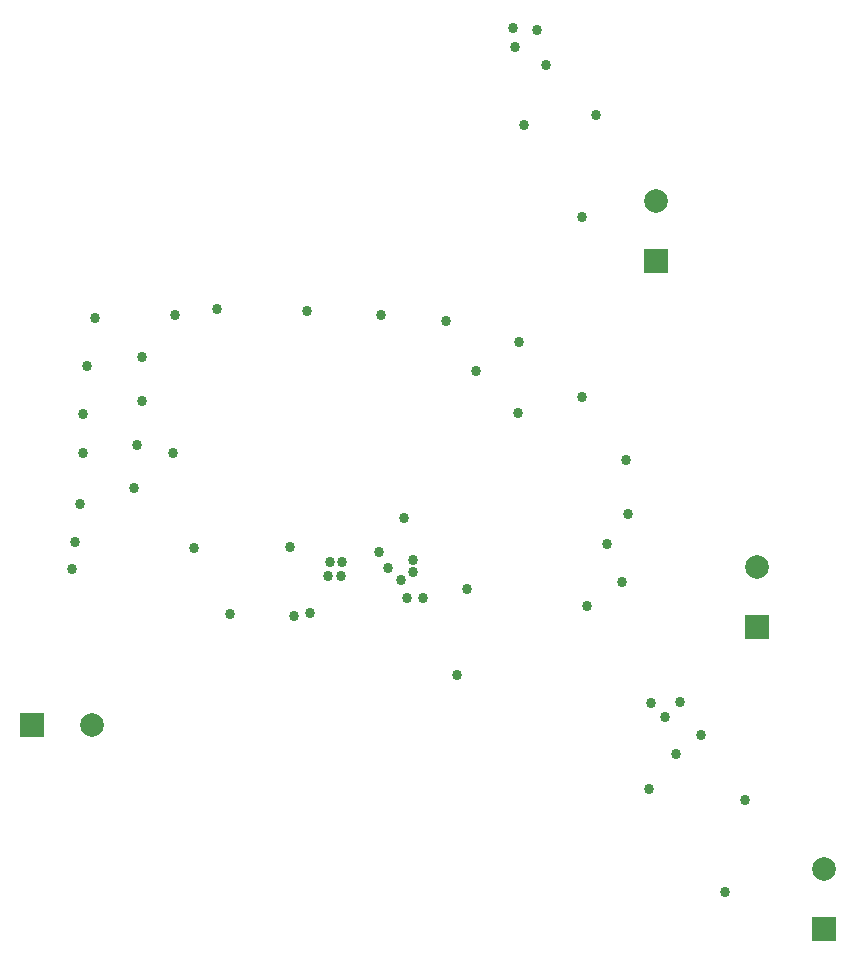
<source format=gbs>
G04*
G04 #@! TF.GenerationSoftware,Altium Limited,Altium Designer,22.10.1 (41)*
G04*
G04 Layer_Color=16711935*
%FSLAX24Y24*%
%MOIN*%
G70*
G04*
G04 #@! TF.SameCoordinates,F22EFE63-58D3-4984-8651-CE55CF2E9756*
G04*
G04*
G04 #@! TF.FilePolarity,Negative*
G04*
G01*
G75*
%ADD64R,0.0789X0.0789*%
%ADD65C,0.0789*%
%ADD66R,0.0789X0.0789*%
%ADD67C,0.0340*%
D64*
X47972Y25841D02*
D03*
X50197Y15766D02*
D03*
X44596Y38049D02*
D03*
D65*
X47972Y27841D02*
D03*
X44596Y40049D02*
D03*
X25797Y22589D02*
D03*
X50197Y17766D02*
D03*
D66*
X23797Y22589D02*
D03*
D67*
X28490Y31630D02*
D03*
X33710Y28000D02*
D03*
X34120Y28010D02*
D03*
X34090Y27530D02*
D03*
X33640Y27550D02*
D03*
X32380Y28520D02*
D03*
X27185Y30482D02*
D03*
X29203Y28465D02*
D03*
X44902Y22854D02*
D03*
X45266Y21604D02*
D03*
X45394Y23327D02*
D03*
X44429Y23297D02*
D03*
X25118Y27776D02*
D03*
X25236Y28661D02*
D03*
X25394Y29941D02*
D03*
X27303Y31919D02*
D03*
X25492Y31634D02*
D03*
X27441Y33386D02*
D03*
X25502Y32933D02*
D03*
X27469Y34850D02*
D03*
X25620Y34528D02*
D03*
X25876Y36152D02*
D03*
X28553Y36250D02*
D03*
X29951Y36447D02*
D03*
X32963Y36358D02*
D03*
X35424Y36239D02*
D03*
X37579Y36053D02*
D03*
X40020Y35325D02*
D03*
X38573Y34370D02*
D03*
X42118Y33495D02*
D03*
X42274Y26555D02*
D03*
X42953Y28612D02*
D03*
X43465Y27352D02*
D03*
X39892Y45167D02*
D03*
X40630Y45728D02*
D03*
X39823Y45807D02*
D03*
X40187Y42579D02*
D03*
X37953Y24252D02*
D03*
X36073Y27392D02*
D03*
X43593Y31398D02*
D03*
X39990Y32963D02*
D03*
X43661Y29616D02*
D03*
X38278Y27106D02*
D03*
X36181Y29478D02*
D03*
X36293Y26815D02*
D03*
X36834D02*
D03*
X36486Y27657D02*
D03*
Y28061D02*
D03*
X35659Y27795D02*
D03*
X35344Y28337D02*
D03*
X30394Y26260D02*
D03*
X33071Y26309D02*
D03*
X32539Y26211D02*
D03*
X40925Y44557D02*
D03*
X42126Y39508D02*
D03*
X42579Y42894D02*
D03*
X44360Y20423D02*
D03*
X46102Y22254D02*
D03*
X47552Y20078D02*
D03*
X46902Y17017D02*
D03*
M02*

</source>
